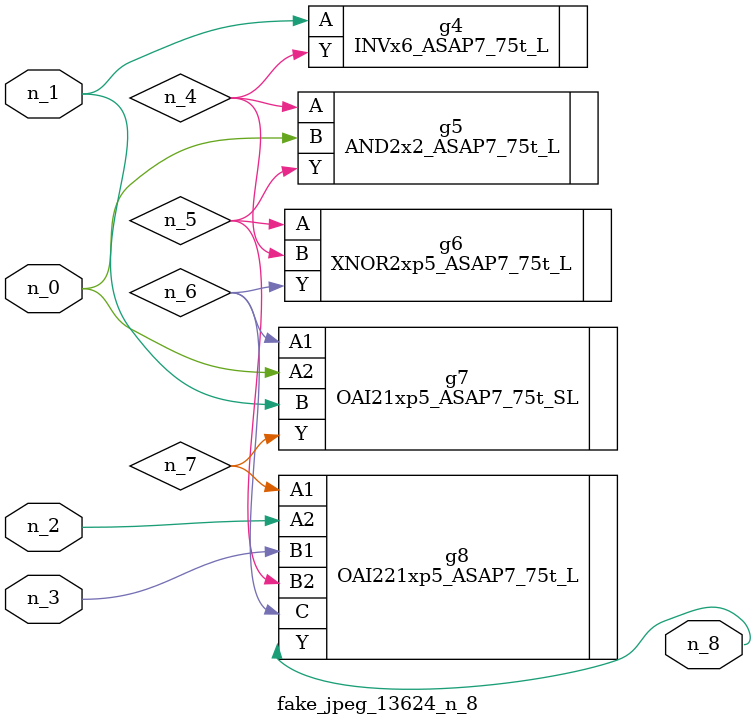
<source format=v>
module fake_jpeg_13624_n_8 (n_0, n_3, n_2, n_1, n_8);

input n_0;
input n_3;
input n_2;
input n_1;

output n_8;

wire n_4;
wire n_6;
wire n_5;
wire n_7;

INVx6_ASAP7_75t_L g4 ( 
.A(n_1),
.Y(n_4)
);

AND2x2_ASAP7_75t_L g5 ( 
.A(n_4),
.B(n_0),
.Y(n_5)
);

XNOR2xp5_ASAP7_75t_L g6 ( 
.A(n_5),
.B(n_4),
.Y(n_6)
);

OAI21xp5_ASAP7_75t_SL g7 ( 
.A1(n_6),
.A2(n_0),
.B(n_1),
.Y(n_7)
);

OAI221xp5_ASAP7_75t_L g8 ( 
.A1(n_7),
.A2(n_2),
.B1(n_3),
.B2(n_5),
.C(n_6),
.Y(n_8)
);


endmodule
</source>
